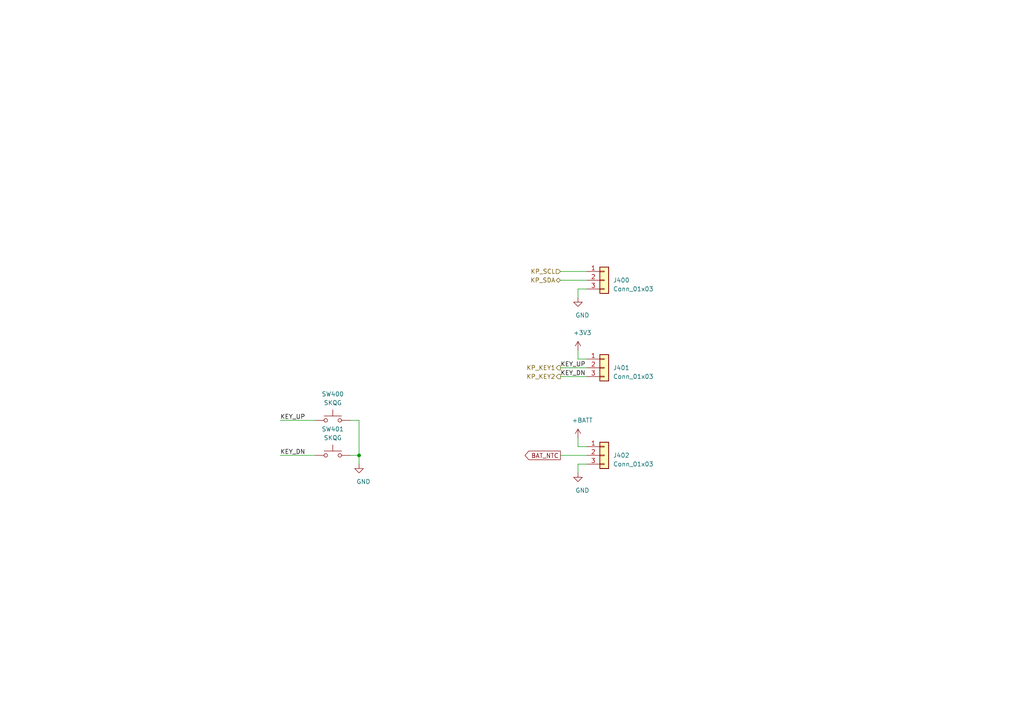
<source format=kicad_sch>
(kicad_sch (version 20210126) (generator eeschema)
  (paper "A4")
  (title_block (title "InuCal") (date "2020-06-30") (rev "R0.1") (company "Wenting Zhang") (comment 1 "zephray@outlook.com"))
  (lib_symbols
    (symbol "Connector_Generic:Conn_01x03" (pin_names (offset 1.016) hide)
      (property "Reference" "J" (at 0 5.08 0))
      (property "Value" "Conn_01x03" (at 0 -5.08 0))
      (symbol "Conn_01x03_1_1"
        (rectangle (start -1.27 -2.413) (end 0 -2.667) (stroke (width 0.1524)))
        (rectangle (start -1.27 2.667) (end 0 2.413) (stroke (width 0.1524)))
        (rectangle (start -1.27 3.81) (end 1.27 -3.81) (stroke (width 0.254)) (fill (type background)))
        (rectangle (start -1.27 0.127) (end 0 -0.127) (stroke (width 0.1524)))
        (pin passive line (at -5.08 2.54 0) (length 3.81) (name "Pin_1") (number "1"))
        (pin passive line (at -5.08 0 0) (length 3.81) (name "Pin_2") (number "2"))
        (pin passive line (at -5.08 -2.54 0) (length 3.81) (name "Pin_3") (number "3"))
      )
    )
    (symbol "Switch:SW_Push" (pin_numbers hide) (pin_names (offset 1.016) hide)
      (property "Reference" "SW" (at 1.27 2.54 0))
      (property "Value" "SW_Push" (at 0 -1.524 0))
      (symbol "SW_Push_0_1"
        (circle (center -2.032 0) (radius 0.508))
        (circle (center 2.032 0) (radius 0.508))
        (polyline (pts (xy 0 1.27) (xy 0 3.048)))
        (polyline (pts (xy 2.54 1.27) (xy -2.54 1.27)))
        (pin passive line (at -5.08 0 0) (length 2.54) (name "1") (number "1"))
        (pin passive line (at 5.08 0 180) (length 2.54) (name "2") (number "2"))
      )
    )
    (symbol "power:+3V3" (power) (pin_names (offset 0))
      (property "Value" "+3V3" (at 0 3.556 0))
      (symbol "+3V3_0_1"
        (polyline (pts (xy -0.762 1.27) (xy 0 2.54)))
        (polyline (pts (xy 0 0) (xy 0 2.54)))
        (polyline (pts (xy 0 2.54) (xy 0.762 1.27)))
      )
      (symbol "+3V3_1_1"
        (pin power_in line (at 0 0 90) (length 0) hide (name "+3V3") (number "1"))
      )
    )
    (symbol "power:+BATT" (power) (pin_names (offset 0))
      (property "Value" "+BATT" (at 0 3.556 0))
      (symbol "+BATT_0_1"
        (polyline (pts (xy -0.762 1.27) (xy 0 2.54)))
        (polyline (pts (xy 0 0) (xy 0 2.54)))
        (polyline (pts (xy 0 2.54) (xy 0.762 1.27)))
      )
      (symbol "+BATT_1_1"
        (pin power_in line (at 0 0 90) (length 0) hide (name "+BATT") (number "1"))
      )
    )
    (symbol "power:GND" (power) (pin_names (offset 0))
      (property "Value" "GND" (at 0 -3.81 0))
      (symbol "GND_0_1"
        (polyline (pts (xy 0 0) (xy 0 -1.27) (xy 1.27 -1.27) (xy 0 -2.54) (xy -1.27 -1.27) (xy 0 -1.27)))
      )
      (symbol "GND_1_1"
        (pin power_in line (at 0 0 270) (length 0) hide (name "GND") (number "1"))
      )
    )
  )
  (junction (at 104.14 132.08) (diameter 0.9144))
  (wire (pts (xy 81.28 121.92) (xy 91.44 121.92)))
  (wire (pts (xy 81.28 132.08) (xy 91.44 132.08)))
  (wire (pts (xy 101.6 121.92) (xy 104.14 121.92)))
  (wire (pts (xy 101.6 132.08) (xy 104.14 132.08)))
  (wire (pts (xy 104.14 121.92) (xy 104.14 132.08)))
  (wire (pts (xy 104.14 132.08) (xy 104.14 134.62)))
  (wire (pts (xy 162.56 78.74) (xy 170.18 78.74)))
  (wire (pts (xy 162.56 81.28) (xy 170.18 81.28)))
  (wire (pts (xy 162.56 106.68) (xy 170.18 106.68)))
  (wire (pts (xy 162.56 109.22) (xy 170.18 109.22)))
  (wire (pts (xy 162.56 132.08) (xy 170.18 132.08)))
  (wire (pts (xy 167.64 83.82) (xy 170.18 83.82)))
  (wire (pts (xy 167.64 86.36) (xy 167.64 83.82)))
  (wire (pts (xy 167.64 104.14) (xy 167.64 101.6)))
  (wire (pts (xy 167.64 127) (xy 167.64 129.54)))
  (wire (pts (xy 167.64 129.54) (xy 170.18 129.54)))
  (wire (pts (xy 167.64 134.62) (xy 170.18 134.62)))
  (wire (pts (xy 167.64 137.16) (xy 167.64 134.62)))
  (wire (pts (xy 170.18 104.14) (xy 167.64 104.14)))
  (label "KEY_UP" (at 81.28 121.92 0))
  (label "KEY_DN" (at 81.28 132.08 0))
  (label "KEY_UP" (at 162.56 106.68 0))
  (label "KEY_DN" (at 162.56 109.22 0))
  (global_label "BAT_NTC" (shape output) (at 162.56 132.08 180) (property "Intersheet References" "${INTERSHEET_REFS}" (effects hide)))
  (hierarchical_label "KP_SCL" (shape input) (at 162.56 78.74 180))
  (hierarchical_label "KP_SDA" (shape bidirectional) (at 162.56 81.28 180))
  (hierarchical_label "KP_KEY1" (shape output) (at 162.56 106.68 180))
  (hierarchical_label "KP_KEY2" (shape output) (at 162.56 109.22 180))
  (symbol (lib_id "power:+3V3") (at 167.64 101.6 0) (unit 1)
    (property "Reference" "#PWR080" (effects hide))
    (property "Value" "+3V3" (at 168.91 96.52 0))
  )
  (symbol (lib_id "power:+BATT") (at 167.64 127 0) (unit 1)
    (property "Reference" "#PWR082" (effects hide))
    (property "Value" "+BATT" (at 168.91 121.92 0))
  )
  (symbol (lib_id "power:GND") (at 104.14 134.62 0) (unit 1)
    (property "Reference" "#PWR0101" (effects hide))
    (property "Value" "GND" (at 105.41 139.7 0))
  )
  (symbol (lib_id "power:GND") (at 167.64 86.36 0) (unit 1)
    (property "Reference" "#PWR081" (effects hide))
    (property "Value" "GND" (at 168.91 91.44 0))
  )
  (symbol (lib_id "power:GND") (at 167.64 137.16 0) (unit 1)
    (property "Reference" "#PWR083" (effects hide))
    (property "Value" "GND" (at 168.91 142.24 0))
  )
  (symbol (lib_id "Switch:SW_Push") (at 96.52 121.92 0) (unit 1)
    (property "Reference" "SW400" (at 96.52 114.3 0))
    (property "Value" "SKQG" (at 96.52 116.84 0))
    (property "Footprint" "Button_Switch_SMD:SW_SPST_SKQG_WithStem" (effects hide))
  )
  (symbol (lib_id "Switch:SW_Push") (at 96.52 132.08 0) (unit 1)
    (property "Reference" "SW401" (at 96.52 124.46 0))
    (property "Value" "SKQG" (at 96.52 127 0))
    (property "Footprint" "Button_Switch_SMD:SW_SPST_SKQG_WithStem" (effects hide))
  )
  (symbol (lib_id "Connector_Generic:Conn_01x03") (at 175.26 81.28 0) (unit 1)
    (property "Reference" "J400" (at 177.8 81.28 0) (effects (justify left)))
    (property "Value" "Conn_01x03" (at 177.8 83.82 0) (effects (justify left)))
    (property "Footprint" "Connector_PinHeader_1.27mm:PinHeader_1x03_P1.27mm_Vertical" (effects hide))
  )
  (symbol (lib_id "Connector_Generic:Conn_01x03") (at 175.26 106.68 0) (unit 1)
    (property "Reference" "J401" (at 177.8 106.68 0) (effects (justify left)))
    (property "Value" "Conn_01x03" (at 177.8 109.22 0) (effects (justify left)))
    (property "Footprint" "Connector_PinHeader_1.27mm:PinHeader_1x03_P1.27mm_Vertical" (effects hide))
  )
  (symbol (lib_id "Connector_Generic:Conn_01x03") (at 175.26 132.08 0) (unit 1)
    (property "Reference" "J402" (at 177.8 132.08 0) (effects (justify left)))
    (property "Value" "Conn_01x03" (at 177.8 134.62 0) (effects (justify left)))
    (property "Footprint" "Connector_PinHeader_1.27mm:PinHeader_1x03_P1.27mm_Vertical" (effects hide))
  )
)
</source>
